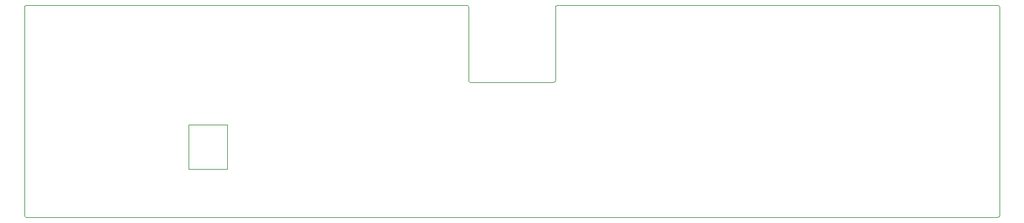
<source format=gbr>
G04 #@! TF.GenerationSoftware,KiCad,Pcbnew,(5.1.5)-3*
G04 #@! TF.CreationDate,2020-02-10T14:16:37+01:00*
G04 #@! TF.ProjectId,cmdr_mainboard,636d6472-5f6d-4616-996e-626f6172642e,rev?*
G04 #@! TF.SameCoordinates,Original*
G04 #@! TF.FileFunction,Profile,NP*
%FSLAX46Y46*%
G04 Gerber Fmt 4.6, Leading zero omitted, Abs format (unit mm)*
G04 Created by KiCad (PCBNEW (5.1.5)-3) date 2020-02-10 14:16:37*
%MOMM*%
%LPD*%
G04 APERTURE LIST*
%ADD10C,0.050000*%
%ADD11C,0.100000*%
G04 APERTURE END LIST*
D10*
X58674000Y-63500000D02*
X116586001Y-63500001D01*
X58420000Y-91186000D02*
X58420000Y-63753979D01*
X186436000Y-91440000D02*
X58674000Y-91440000D01*
X186690000Y-63754000D02*
X186690000Y-91186000D01*
X128524000Y-63500000D02*
X186436000Y-63500000D01*
X128270000Y-73406000D02*
X128270000Y-63754000D01*
X117094000Y-73660000D02*
X128016000Y-73660000D01*
X116839999Y-63753875D02*
X116840000Y-73406000D01*
X58420000Y-63753979D02*
G75*
G02X58674000Y-63500000I254000J-21D01*
G01*
X58674000Y-91440000D02*
G75*
G02X58420000Y-91186000I0J254000D01*
G01*
X186690000Y-91186000D02*
G75*
G02X186436000Y-91440000I-254000J0D01*
G01*
X186436000Y-63500000D02*
G75*
G02X186690000Y-63754000I0J-254000D01*
G01*
X117094000Y-73660000D02*
G75*
G02X116840000Y-73406000I0J254000D01*
G01*
X128270000Y-73406000D02*
G75*
G02X128016000Y-73660000I-254000J0D01*
G01*
X128270000Y-63754000D02*
G75*
G02X128524000Y-63500000I254000J0D01*
G01*
X116586001Y-63500001D02*
G75*
G02X116839999Y-63753875I-1J-253999D01*
G01*
D11*
X85090000Y-85090000D02*
X80010000Y-85090000D01*
X80010000Y-85090000D02*
X80010000Y-79248000D01*
X80010000Y-79248000D02*
X85090000Y-79248000D01*
X85090000Y-79248000D02*
X85090000Y-85090000D01*
M02*

</source>
